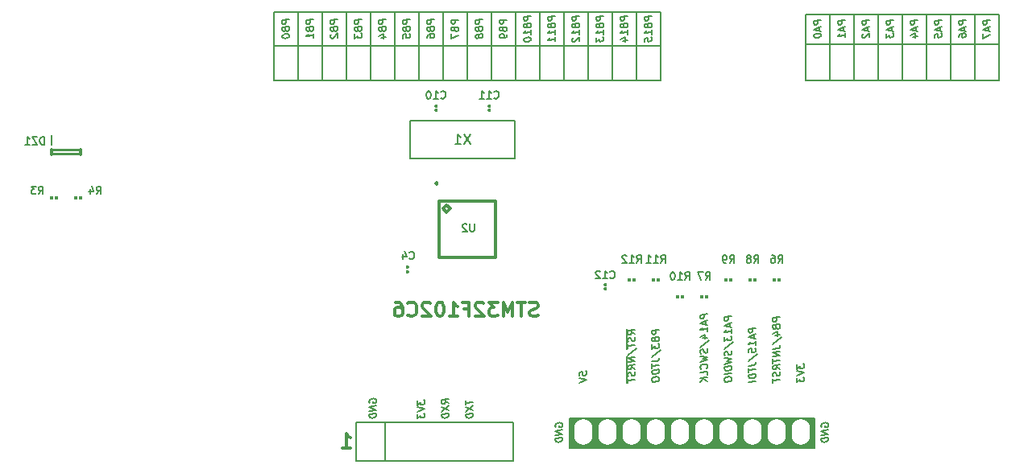
<source format=gbo>
G04 #@! TF.FileFunction,Legend,Bot*
%FSLAX46Y46*%
G04 Gerber Fmt 4.6, Leading zero omitted, Abs format (unit mm)*
G04 Created by KiCad (PCBNEW 4.0.1-stable) date 6/19/2016 3:22:44 PM*
%MOMM*%
G01*
G04 APERTURE LIST*
%ADD10C,0.100000*%
%ADD11C,0.200000*%
%ADD12C,0.300000*%
%ADD13C,0.190500*%
%ADD14C,0.350000*%
%ADD15C,0.150000*%
%ADD16C,0.152400*%
%ADD17R,1.924000X2.686000*%
%ADD18O,1.924000X2.686000*%
%ADD19R,1.300000X1.350000*%
%ADD20R,1.000000X1.500000*%
%ADD21R,2.686000X1.924000*%
%ADD22O,2.686000X1.924000*%
%ADD23R,1.400000X1.250000*%
%ADD24O,0.700000X1.900000*%
%ADD25O,1.900000X0.700000*%
%ADD26R,3.400000X3.400000*%
%ADD27C,5.400000*%
%ADD28C,2.050000*%
%ADD29C,3.400000*%
%ADD30C,2.940000*%
G04 APERTURE END LIST*
D10*
D11*
X163576000Y-74930000D02*
X147066000Y-74930000D01*
X147066000Y-70866000D02*
X163576000Y-70866000D01*
D12*
X145621428Y-73576571D02*
X146478571Y-73576571D01*
X146049999Y-73576571D02*
X146049999Y-72076571D01*
X146192856Y-72290857D01*
X146335714Y-72433714D01*
X146478571Y-72505143D01*
D11*
X150114000Y-70866000D02*
X150114000Y-74930000D01*
X147066000Y-74930000D02*
X147066000Y-70866000D01*
X163576000Y-70866000D02*
X163576000Y-74930000D01*
D13*
X158586714Y-68620822D02*
X158586714Y-69056251D01*
X159348714Y-68743287D02*
X158586714Y-68838537D01*
X158586714Y-69237679D02*
X159348714Y-69650429D01*
X158586714Y-69745679D02*
X159348714Y-69142429D01*
X159348714Y-69940715D02*
X158586714Y-70035965D01*
X158586714Y-70217393D01*
X158623000Y-70321714D01*
X158695571Y-70385215D01*
X158768143Y-70412428D01*
X158913286Y-70430571D01*
X159022143Y-70416964D01*
X159167286Y-70362535D01*
X159239857Y-70317179D01*
X159312429Y-70235535D01*
X159348714Y-70122143D01*
X159348714Y-69940715D01*
X156808714Y-68888429D02*
X156445857Y-68679786D01*
X156808714Y-68453001D02*
X156046714Y-68548251D01*
X156046714Y-68838536D01*
X156083000Y-68906572D01*
X156119286Y-68938321D01*
X156191857Y-68965536D01*
X156300714Y-68951929D01*
X156373286Y-68906571D01*
X156409571Y-68865751D01*
X156445857Y-68788643D01*
X156445857Y-68498358D01*
X156046714Y-69237679D02*
X156808714Y-69650429D01*
X156046714Y-69745679D02*
X156808714Y-69142429D01*
X156808714Y-69940715D02*
X156046714Y-70035965D01*
X156046714Y-70217393D01*
X156083000Y-70321714D01*
X156155571Y-70385215D01*
X156228143Y-70412428D01*
X156373286Y-70430571D01*
X156482143Y-70416964D01*
X156627286Y-70362535D01*
X156699857Y-70317179D01*
X156772429Y-70235535D01*
X156808714Y-70122143D01*
X156808714Y-69940715D01*
X153506714Y-68620822D02*
X153506714Y-69092536D01*
X153797000Y-68802250D01*
X153797000Y-68911108D01*
X153833286Y-68979143D01*
X153869571Y-69010894D01*
X153942143Y-69038107D01*
X154123571Y-69015429D01*
X154196143Y-68970072D01*
X154232429Y-68929250D01*
X154268714Y-68852144D01*
X154268714Y-68634429D01*
X154232429Y-68566393D01*
X154196143Y-68534643D01*
X153506714Y-69310250D02*
X154268714Y-69469000D01*
X153506714Y-69818250D01*
X153506714Y-69999679D02*
X153506714Y-70471393D01*
X153797000Y-70181107D01*
X153797000Y-70289965D01*
X153833286Y-70358000D01*
X153869571Y-70389751D01*
X153942143Y-70416964D01*
X154123571Y-70394286D01*
X154196143Y-70348929D01*
X154232429Y-70308107D01*
X154268714Y-70231001D01*
X154268714Y-70013286D01*
X154232429Y-69945250D01*
X154196143Y-69913500D01*
X148463000Y-68870285D02*
X148426714Y-68802250D01*
X148426714Y-68693393D01*
X148463000Y-68580000D01*
X148535571Y-68498357D01*
X148608143Y-68453000D01*
X148753286Y-68398571D01*
X148862143Y-68384964D01*
X149007286Y-68403107D01*
X149079857Y-68430321D01*
X149152429Y-68493821D01*
X149188714Y-68598143D01*
X149188714Y-68670714D01*
X149152429Y-68784106D01*
X149116143Y-68824928D01*
X148862143Y-68856678D01*
X148862143Y-68711535D01*
X149188714Y-69142429D02*
X148426714Y-69237679D01*
X149188714Y-69577857D01*
X148426714Y-69673107D01*
X149188714Y-69940715D02*
X148426714Y-70035965D01*
X148426714Y-70217393D01*
X148463000Y-70321714D01*
X148535571Y-70385215D01*
X148608143Y-70412428D01*
X148753286Y-70430571D01*
X148862143Y-70416964D01*
X149007286Y-70362535D01*
X149079857Y-70317179D01*
X149152429Y-70235535D01*
X149188714Y-70122143D01*
X149188714Y-69940715D01*
X195961000Y-71410285D02*
X195924714Y-71342250D01*
X195924714Y-71233393D01*
X195961000Y-71120000D01*
X196033571Y-71038357D01*
X196106143Y-70993000D01*
X196251286Y-70938571D01*
X196360143Y-70924964D01*
X196505286Y-70943107D01*
X196577857Y-70970321D01*
X196650429Y-71033821D01*
X196686714Y-71138143D01*
X196686714Y-71210714D01*
X196650429Y-71324106D01*
X196614143Y-71364928D01*
X196360143Y-71396678D01*
X196360143Y-71251535D01*
X196686714Y-71682429D02*
X195924714Y-71777679D01*
X196686714Y-72117857D01*
X195924714Y-72213107D01*
X196686714Y-72480715D02*
X195924714Y-72575965D01*
X195924714Y-72757393D01*
X195961000Y-72861714D01*
X196033571Y-72925215D01*
X196106143Y-72952428D01*
X196251286Y-72970571D01*
X196360143Y-72956964D01*
X196505286Y-72902535D01*
X196577857Y-72857179D01*
X196650429Y-72775535D01*
X196686714Y-72662143D01*
X196686714Y-72480715D01*
X168021000Y-71410285D02*
X167984714Y-71342250D01*
X167984714Y-71233393D01*
X168021000Y-71120000D01*
X168093571Y-71038357D01*
X168166143Y-70993000D01*
X168311286Y-70938571D01*
X168420143Y-70924964D01*
X168565286Y-70943107D01*
X168637857Y-70970321D01*
X168710429Y-71033821D01*
X168746714Y-71138143D01*
X168746714Y-71210714D01*
X168710429Y-71324106D01*
X168674143Y-71364928D01*
X168420143Y-71396678D01*
X168420143Y-71251535D01*
X168746714Y-71682429D02*
X167984714Y-71777679D01*
X168746714Y-72117857D01*
X167984714Y-72213107D01*
X168746714Y-72480715D02*
X167984714Y-72575965D01*
X167984714Y-72757393D01*
X168021000Y-72861714D01*
X168093571Y-72925215D01*
X168166143Y-72952428D01*
X168311286Y-72970571D01*
X168420143Y-72956964D01*
X168565286Y-72902535D01*
X168637857Y-72857179D01*
X168710429Y-72775535D01*
X168746714Y-72662143D01*
X168746714Y-72480715D01*
X170524714Y-65971965D02*
X170524714Y-65609108D01*
X170887571Y-65527465D01*
X170851286Y-65568286D01*
X170815000Y-65645393D01*
X170815000Y-65826822D01*
X170851286Y-65894857D01*
X170887571Y-65926608D01*
X170960143Y-65953821D01*
X171141571Y-65931143D01*
X171214143Y-65885786D01*
X171250429Y-65844964D01*
X171286714Y-65767858D01*
X171286714Y-65586429D01*
X171250429Y-65518393D01*
X171214143Y-65486643D01*
X170524714Y-66225964D02*
X171286714Y-66384714D01*
X170524714Y-66733964D01*
X176366714Y-61595001D02*
X176003857Y-61386358D01*
X176366714Y-61159573D02*
X175604714Y-61254823D01*
X175604714Y-61545108D01*
X175641000Y-61613144D01*
X175677286Y-61644893D01*
X175749857Y-61672108D01*
X175858714Y-61658501D01*
X175931286Y-61613143D01*
X175967571Y-61572323D01*
X176003857Y-61495215D01*
X176003857Y-61204930D01*
X176330429Y-61889822D02*
X176366714Y-61994144D01*
X176366714Y-62175573D01*
X176330429Y-62252679D01*
X176294143Y-62293501D01*
X176221571Y-62338858D01*
X176149000Y-62347929D01*
X176076429Y-62320715D01*
X176040143Y-62288965D01*
X176003857Y-62220930D01*
X175967571Y-62080323D01*
X175931286Y-62012286D01*
X175895000Y-61980537D01*
X175822429Y-61953322D01*
X175749857Y-61962394D01*
X175677286Y-62007751D01*
X175641000Y-62048572D01*
X175604714Y-62125680D01*
X175604714Y-62307108D01*
X175641000Y-62411429D01*
X175604714Y-62633679D02*
X175604714Y-63069108D01*
X176366714Y-62756144D02*
X175604714Y-62851394D01*
X175473360Y-61089813D02*
X175473360Y-63158098D01*
X175568429Y-63871928D02*
X176548143Y-63096321D01*
X176366714Y-64026144D02*
X175604714Y-64121394D01*
X176366714Y-64461572D01*
X175604714Y-64556822D01*
X176366714Y-65259858D02*
X176003857Y-65051215D01*
X176366714Y-64824430D02*
X175604714Y-64919680D01*
X175604714Y-65209965D01*
X175641000Y-65278001D01*
X175677286Y-65309750D01*
X175749857Y-65336965D01*
X175858714Y-65323358D01*
X175931286Y-65278000D01*
X175967571Y-65237180D01*
X176003857Y-65160072D01*
X176003857Y-64869787D01*
X176330429Y-65554679D02*
X176366714Y-65659001D01*
X176366714Y-65840430D01*
X176330429Y-65917536D01*
X176294143Y-65958358D01*
X176221571Y-66003715D01*
X176149000Y-66012786D01*
X176076429Y-65985572D01*
X176040143Y-65953822D01*
X176003857Y-65885787D01*
X175967571Y-65745180D01*
X175931286Y-65677143D01*
X175895000Y-65645394D01*
X175822429Y-65618179D01*
X175749857Y-65627251D01*
X175677286Y-65672608D01*
X175641000Y-65713429D01*
X175604714Y-65790537D01*
X175604714Y-65971965D01*
X175641000Y-66076286D01*
X175604714Y-66298536D02*
X175604714Y-66733965D01*
X176366714Y-66421001D02*
X175604714Y-66516251D01*
X175473360Y-63956384D02*
X175473360Y-66706750D01*
X183986714Y-59490430D02*
X183224714Y-59585680D01*
X183224714Y-59875965D01*
X183261000Y-59944001D01*
X183297286Y-59975750D01*
X183369857Y-60002965D01*
X183478714Y-59989358D01*
X183551286Y-59944000D01*
X183587571Y-59903180D01*
X183623857Y-59826072D01*
X183623857Y-59535787D01*
X183769000Y-60243358D02*
X183769000Y-60606215D01*
X183986714Y-60143572D02*
X183224714Y-60492822D01*
X183986714Y-60651572D01*
X183986714Y-61304715D02*
X183986714Y-60869287D01*
X183986714Y-61087001D02*
X183224714Y-61182251D01*
X183333571Y-61096073D01*
X183406143Y-61014429D01*
X183442429Y-60937322D01*
X183478714Y-62021358D02*
X183986714Y-61957858D01*
X183188429Y-61876214D02*
X183732714Y-61626751D01*
X183732714Y-62098465D01*
X183188429Y-63001071D02*
X184168143Y-62225464D01*
X183950429Y-63123536D02*
X183986714Y-63227858D01*
X183986714Y-63409287D01*
X183950429Y-63486393D01*
X183914143Y-63527215D01*
X183841571Y-63572572D01*
X183769000Y-63581643D01*
X183696429Y-63554429D01*
X183660143Y-63522679D01*
X183623857Y-63454644D01*
X183587571Y-63314037D01*
X183551286Y-63246000D01*
X183515000Y-63214251D01*
X183442429Y-63187036D01*
X183369857Y-63196108D01*
X183297286Y-63241465D01*
X183261000Y-63282286D01*
X183224714Y-63359394D01*
X183224714Y-63540822D01*
X183261000Y-63645143D01*
X183224714Y-63903679D02*
X183986714Y-63989858D01*
X183442429Y-64203036D01*
X183986714Y-64280143D01*
X183224714Y-64556822D01*
X183914143Y-65196357D02*
X183950429Y-65155535D01*
X183986714Y-65042143D01*
X183986714Y-64969572D01*
X183950429Y-64865250D01*
X183877857Y-64801750D01*
X183805286Y-64774536D01*
X183660143Y-64756393D01*
X183551286Y-64770000D01*
X183406143Y-64824429D01*
X183333571Y-64869786D01*
X183261000Y-64951429D01*
X183224714Y-65064822D01*
X183224714Y-65137393D01*
X183261000Y-65241714D01*
X183297286Y-65273464D01*
X183986714Y-65876715D02*
X183986714Y-65513858D01*
X183224714Y-65609108D01*
X183986714Y-66130715D02*
X183224714Y-66225965D01*
X183986714Y-66566143D02*
X183551286Y-66294000D01*
X183224714Y-66661393D02*
X183660143Y-66171536D01*
X178906714Y-61123287D02*
X178144714Y-61218537D01*
X178144714Y-61508822D01*
X178181000Y-61576858D01*
X178217286Y-61608607D01*
X178289857Y-61635822D01*
X178398714Y-61622215D01*
X178471286Y-61576857D01*
X178507571Y-61536037D01*
X178543857Y-61458929D01*
X178543857Y-61168644D01*
X178507571Y-62189180D02*
X178543857Y-62293501D01*
X178580143Y-62325250D01*
X178652714Y-62352465D01*
X178761571Y-62338858D01*
X178834143Y-62293500D01*
X178870429Y-62252679D01*
X178906714Y-62175572D01*
X178906714Y-61885287D01*
X178144714Y-61980537D01*
X178144714Y-62234537D01*
X178181000Y-62302572D01*
X178217286Y-62334322D01*
X178289857Y-62361536D01*
X178362429Y-62352464D01*
X178435000Y-62307108D01*
X178471286Y-62266286D01*
X178507571Y-62189180D01*
X178507571Y-61935180D01*
X178144714Y-62669965D02*
X178144714Y-63141679D01*
X178435000Y-62851393D01*
X178435000Y-62960251D01*
X178471286Y-63028286D01*
X178507571Y-63060037D01*
X178580143Y-63087250D01*
X178761571Y-63064572D01*
X178834143Y-63019215D01*
X178870429Y-62978393D01*
X178906714Y-62901287D01*
X178906714Y-62683572D01*
X178870429Y-62615536D01*
X178834143Y-62583786D01*
X178108429Y-64017071D02*
X179088143Y-63241464D01*
X178144714Y-64484251D02*
X178689000Y-64416215D01*
X178797857Y-64366322D01*
X178870429Y-64284679D01*
X178906714Y-64171287D01*
X178906714Y-64098715D01*
X178144714Y-64738250D02*
X178144714Y-65173679D01*
X178906714Y-64860715D02*
X178144714Y-64955965D01*
X178906714Y-65332429D02*
X178144714Y-65427679D01*
X178144714Y-65609107D01*
X178181000Y-65713428D01*
X178253571Y-65776929D01*
X178326143Y-65804142D01*
X178471286Y-65822285D01*
X178580143Y-65808678D01*
X178725286Y-65754249D01*
X178797857Y-65708893D01*
X178870429Y-65627249D01*
X178906714Y-65513857D01*
X178906714Y-65332429D01*
X178144714Y-66334821D02*
X178144714Y-66479964D01*
X178181000Y-66548000D01*
X178253571Y-66611500D01*
X178398714Y-66629643D01*
X178652714Y-66597893D01*
X178797857Y-66543464D01*
X178870429Y-66461821D01*
X178906714Y-66384714D01*
X178906714Y-66239571D01*
X178870429Y-66171535D01*
X178797857Y-66108036D01*
X178652714Y-66089893D01*
X178398714Y-66121643D01*
X178253571Y-66176072D01*
X178181000Y-66257714D01*
X178144714Y-66334821D01*
X186526714Y-59708144D02*
X185764714Y-59803394D01*
X185764714Y-60093679D01*
X185801000Y-60161715D01*
X185837286Y-60193464D01*
X185909857Y-60220679D01*
X186018714Y-60207072D01*
X186091286Y-60161714D01*
X186127571Y-60120894D01*
X186163857Y-60043786D01*
X186163857Y-59753501D01*
X186309000Y-60461072D02*
X186309000Y-60823929D01*
X186526714Y-60361286D02*
X185764714Y-60710536D01*
X186526714Y-60869286D01*
X186526714Y-61522429D02*
X186526714Y-61087001D01*
X186526714Y-61304715D02*
X185764714Y-61399965D01*
X185873571Y-61313787D01*
X185946143Y-61232143D01*
X185982429Y-61155036D01*
X185764714Y-61871679D02*
X185764714Y-62343393D01*
X186055000Y-62053107D01*
X186055000Y-62161965D01*
X186091286Y-62230000D01*
X186127571Y-62261751D01*
X186200143Y-62288964D01*
X186381571Y-62266286D01*
X186454143Y-62220929D01*
X186490429Y-62180107D01*
X186526714Y-62103001D01*
X186526714Y-61885286D01*
X186490429Y-61817250D01*
X186454143Y-61785500D01*
X185728429Y-63218785D02*
X186708143Y-62443178D01*
X186490429Y-63341250D02*
X186526714Y-63445572D01*
X186526714Y-63627001D01*
X186490429Y-63704107D01*
X186454143Y-63744929D01*
X186381571Y-63790286D01*
X186309000Y-63799357D01*
X186236429Y-63772143D01*
X186200143Y-63740393D01*
X186163857Y-63672358D01*
X186127571Y-63531751D01*
X186091286Y-63463714D01*
X186055000Y-63431965D01*
X185982429Y-63404750D01*
X185909857Y-63413822D01*
X185837286Y-63459179D01*
X185801000Y-63500000D01*
X185764714Y-63577108D01*
X185764714Y-63758536D01*
X185801000Y-63862857D01*
X185764714Y-64121393D02*
X186526714Y-64207572D01*
X185982429Y-64420750D01*
X186526714Y-64497857D01*
X185764714Y-64774536D01*
X186526714Y-64969572D02*
X185764714Y-65064822D01*
X185764714Y-65246250D01*
X185801000Y-65350571D01*
X185873571Y-65414072D01*
X185946143Y-65441285D01*
X186091286Y-65459428D01*
X186200143Y-65445821D01*
X186345286Y-65391392D01*
X186417857Y-65346036D01*
X186490429Y-65264392D01*
X186526714Y-65151000D01*
X186526714Y-64969572D01*
X186526714Y-65731572D02*
X185764714Y-65826822D01*
X185764714Y-66334821D02*
X185764714Y-66479964D01*
X185801000Y-66548000D01*
X185873571Y-66611500D01*
X186018714Y-66629643D01*
X186272714Y-66597893D01*
X186417857Y-66543464D01*
X186490429Y-66461821D01*
X186526714Y-66384714D01*
X186526714Y-66239571D01*
X186490429Y-66171535D01*
X186417857Y-66108036D01*
X186272714Y-66089893D01*
X186018714Y-66121643D01*
X185873571Y-66176072D01*
X185801000Y-66257714D01*
X185764714Y-66334821D01*
X189066714Y-60941859D02*
X188304714Y-61037109D01*
X188304714Y-61327394D01*
X188341000Y-61395430D01*
X188377286Y-61427179D01*
X188449857Y-61454394D01*
X188558714Y-61440787D01*
X188631286Y-61395429D01*
X188667571Y-61354609D01*
X188703857Y-61277501D01*
X188703857Y-60987216D01*
X188849000Y-61694787D02*
X188849000Y-62057644D01*
X189066714Y-61595001D02*
X188304714Y-61944251D01*
X189066714Y-62103001D01*
X189066714Y-62756144D02*
X189066714Y-62320716D01*
X189066714Y-62538430D02*
X188304714Y-62633680D01*
X188413571Y-62547502D01*
X188486143Y-62465858D01*
X188522429Y-62388751D01*
X188304714Y-63540823D02*
X188304714Y-63177966D01*
X188667571Y-63096323D01*
X188631286Y-63137144D01*
X188595000Y-63214251D01*
X188595000Y-63395680D01*
X188631286Y-63463715D01*
X188667571Y-63495466D01*
X188740143Y-63522679D01*
X188921571Y-63500001D01*
X188994143Y-63454644D01*
X189030429Y-63413822D01*
X189066714Y-63336716D01*
X189066714Y-63155287D01*
X189030429Y-63087251D01*
X188994143Y-63055501D01*
X188268429Y-64452500D02*
X189248143Y-63676893D01*
X188304714Y-64919680D02*
X188849000Y-64851644D01*
X188957857Y-64801751D01*
X189030429Y-64720108D01*
X189066714Y-64606716D01*
X189066714Y-64534144D01*
X188304714Y-65173679D02*
X188304714Y-65609108D01*
X189066714Y-65296144D02*
X188304714Y-65391394D01*
X189066714Y-65767858D02*
X188304714Y-65863108D01*
X188304714Y-66044536D01*
X188341000Y-66148857D01*
X188413571Y-66212358D01*
X188486143Y-66239571D01*
X188631286Y-66257714D01*
X188740143Y-66244107D01*
X188885286Y-66189678D01*
X188957857Y-66144322D01*
X189030429Y-66062678D01*
X189066714Y-65949286D01*
X189066714Y-65767858D01*
X189066714Y-66529858D02*
X188304714Y-66625108D01*
X191606714Y-59817002D02*
X190844714Y-59912252D01*
X190844714Y-60202537D01*
X190881000Y-60270573D01*
X190917286Y-60302322D01*
X190989857Y-60329537D01*
X191098714Y-60315930D01*
X191171286Y-60270572D01*
X191207571Y-60229752D01*
X191243857Y-60152644D01*
X191243857Y-59862359D01*
X191207571Y-60882895D02*
X191243857Y-60987216D01*
X191280143Y-61018965D01*
X191352714Y-61046180D01*
X191461571Y-61032573D01*
X191534143Y-60987215D01*
X191570429Y-60946394D01*
X191606714Y-60869287D01*
X191606714Y-60579002D01*
X190844714Y-60674252D01*
X190844714Y-60928252D01*
X190881000Y-60996287D01*
X190917286Y-61028037D01*
X190989857Y-61055251D01*
X191062429Y-61046179D01*
X191135000Y-61000823D01*
X191171286Y-60960001D01*
X191207571Y-60882895D01*
X191207571Y-60628895D01*
X191098714Y-61731073D02*
X191606714Y-61667573D01*
X190808429Y-61585929D02*
X191352714Y-61336466D01*
X191352714Y-61808180D01*
X190808429Y-62710786D02*
X191788143Y-61935179D01*
X190844714Y-63177966D02*
X191389000Y-63109930D01*
X191497857Y-63060037D01*
X191570429Y-62978394D01*
X191606714Y-62865002D01*
X191606714Y-62792430D01*
X191606714Y-63445573D02*
X190844714Y-63540823D01*
X191606714Y-63881001D01*
X190844714Y-63976251D01*
X190844714Y-64230251D02*
X190844714Y-64665680D01*
X191606714Y-64352716D02*
X190844714Y-64447966D01*
X191606714Y-65259858D02*
X191243857Y-65051215D01*
X191606714Y-64824430D02*
X190844714Y-64919680D01*
X190844714Y-65209965D01*
X190881000Y-65278001D01*
X190917286Y-65309750D01*
X190989857Y-65336965D01*
X191098714Y-65323358D01*
X191171286Y-65278000D01*
X191207571Y-65237180D01*
X191243857Y-65160072D01*
X191243857Y-64869787D01*
X191570429Y-65554679D02*
X191606714Y-65659001D01*
X191606714Y-65840430D01*
X191570429Y-65917536D01*
X191534143Y-65958358D01*
X191461571Y-66003715D01*
X191389000Y-66012786D01*
X191316429Y-65985572D01*
X191280143Y-65953822D01*
X191243857Y-65885787D01*
X191207571Y-65745180D01*
X191171286Y-65677143D01*
X191135000Y-65645394D01*
X191062429Y-65618179D01*
X190989857Y-65627251D01*
X190917286Y-65672608D01*
X190881000Y-65713429D01*
X190844714Y-65790537D01*
X190844714Y-65971965D01*
X190881000Y-66076286D01*
X190844714Y-66298536D02*
X190844714Y-66733965D01*
X191606714Y-66421001D02*
X190844714Y-66516251D01*
D12*
X166158713Y-59662143D02*
X165944427Y-59733571D01*
X165587284Y-59733571D01*
X165444427Y-59662143D01*
X165372998Y-59590714D01*
X165301570Y-59447857D01*
X165301570Y-59305000D01*
X165372998Y-59162143D01*
X165444427Y-59090714D01*
X165587284Y-59019286D01*
X165872998Y-58947857D01*
X166015856Y-58876429D01*
X166087284Y-58805000D01*
X166158713Y-58662143D01*
X166158713Y-58519286D01*
X166087284Y-58376429D01*
X166015856Y-58305000D01*
X165872998Y-58233571D01*
X165515856Y-58233571D01*
X165301570Y-58305000D01*
X164872999Y-58233571D02*
X164015856Y-58233571D01*
X164444427Y-59733571D02*
X164444427Y-58233571D01*
X163515856Y-59733571D02*
X163515856Y-58233571D01*
X163015856Y-59305000D01*
X162515856Y-58233571D01*
X162515856Y-59733571D01*
X161944427Y-58233571D02*
X161015856Y-58233571D01*
X161515856Y-58805000D01*
X161301570Y-58805000D01*
X161158713Y-58876429D01*
X161087284Y-58947857D01*
X161015856Y-59090714D01*
X161015856Y-59447857D01*
X161087284Y-59590714D01*
X161158713Y-59662143D01*
X161301570Y-59733571D01*
X161730142Y-59733571D01*
X161872999Y-59662143D01*
X161944427Y-59590714D01*
X160444428Y-58376429D02*
X160372999Y-58305000D01*
X160230142Y-58233571D01*
X159872999Y-58233571D01*
X159730142Y-58305000D01*
X159658713Y-58376429D01*
X159587285Y-58519286D01*
X159587285Y-58662143D01*
X159658713Y-58876429D01*
X160515856Y-59733571D01*
X159587285Y-59733571D01*
X158444428Y-58947857D02*
X158944428Y-58947857D01*
X158944428Y-59733571D02*
X158944428Y-58233571D01*
X158230142Y-58233571D01*
X156873000Y-59733571D02*
X157730143Y-59733571D01*
X157301571Y-59733571D02*
X157301571Y-58233571D01*
X157444428Y-58447857D01*
X157587286Y-58590714D01*
X157730143Y-58662143D01*
X155944429Y-58233571D02*
X155801572Y-58233571D01*
X155658715Y-58305000D01*
X155587286Y-58376429D01*
X155515857Y-58519286D01*
X155444429Y-58805000D01*
X155444429Y-59162143D01*
X155515857Y-59447857D01*
X155587286Y-59590714D01*
X155658715Y-59662143D01*
X155801572Y-59733571D01*
X155944429Y-59733571D01*
X156087286Y-59662143D01*
X156158715Y-59590714D01*
X156230143Y-59447857D01*
X156301572Y-59162143D01*
X156301572Y-58805000D01*
X156230143Y-58519286D01*
X156158715Y-58376429D01*
X156087286Y-58305000D01*
X155944429Y-58233571D01*
X154873001Y-58376429D02*
X154801572Y-58305000D01*
X154658715Y-58233571D01*
X154301572Y-58233571D01*
X154158715Y-58305000D01*
X154087286Y-58376429D01*
X154015858Y-58519286D01*
X154015858Y-58662143D01*
X154087286Y-58876429D01*
X154944429Y-59733571D01*
X154015858Y-59733571D01*
X152515858Y-59590714D02*
X152587287Y-59662143D01*
X152801573Y-59733571D01*
X152944430Y-59733571D01*
X153158715Y-59662143D01*
X153301573Y-59519286D01*
X153373001Y-59376429D01*
X153444430Y-59090714D01*
X153444430Y-58876429D01*
X153373001Y-58590714D01*
X153301573Y-58447857D01*
X153158715Y-58305000D01*
X152944430Y-58233571D01*
X152801573Y-58233571D01*
X152587287Y-58305000D01*
X152515858Y-58376429D01*
X151230144Y-58233571D02*
X151515858Y-58233571D01*
X151658715Y-58305000D01*
X151730144Y-58376429D01*
X151873001Y-58590714D01*
X151944430Y-58876429D01*
X151944430Y-59447857D01*
X151873001Y-59590714D01*
X151801573Y-59662143D01*
X151658715Y-59733571D01*
X151373001Y-59733571D01*
X151230144Y-59662143D01*
X151158715Y-59590714D01*
X151087287Y-59447857D01*
X151087287Y-59090714D01*
X151158715Y-58947857D01*
X151230144Y-58876429D01*
X151373001Y-58805000D01*
X151658715Y-58805000D01*
X151801573Y-58876429D01*
X151873001Y-58947857D01*
X151944430Y-59090714D01*
D11*
X194310000Y-34925000D02*
X214630000Y-34925000D01*
X194310000Y-27940000D02*
X214630000Y-27940000D01*
X214630000Y-31115000D02*
X194310000Y-31115000D01*
X138430000Y-27686000D02*
X179070000Y-27686000D01*
X179070000Y-34925000D02*
X138430000Y-34925000D01*
X138430000Y-31242000D02*
X179070000Y-31242000D01*
X179070000Y-27686000D02*
X179070000Y-34925000D01*
D13*
X193384714Y-64810822D02*
X193384714Y-65282536D01*
X193675000Y-64992250D01*
X193675000Y-65101108D01*
X193711286Y-65169143D01*
X193747571Y-65200894D01*
X193820143Y-65228107D01*
X194001571Y-65205429D01*
X194074143Y-65160072D01*
X194110429Y-65119250D01*
X194146714Y-65042144D01*
X194146714Y-64824429D01*
X194110429Y-64756393D01*
X194074143Y-64724643D01*
X193384714Y-65500250D02*
X194146714Y-65659000D01*
X193384714Y-66008250D01*
X193384714Y-66189679D02*
X193384714Y-66661393D01*
X193675000Y-66371107D01*
X193675000Y-66479965D01*
X193711286Y-66548000D01*
X193747571Y-66579751D01*
X193820143Y-66606964D01*
X194001571Y-66584286D01*
X194074143Y-66538929D01*
X194110429Y-66498107D01*
X194146714Y-66421001D01*
X194146714Y-66203286D01*
X194110429Y-66135250D01*
X194074143Y-66103500D01*
D11*
X176530000Y-27686000D02*
X176530000Y-34925000D01*
X173990000Y-27686000D02*
X173990000Y-34925000D01*
X171450000Y-27686000D02*
X171450000Y-34925000D01*
X168910000Y-27686000D02*
X168910000Y-34925000D01*
X166370000Y-27686000D02*
X166370000Y-34925000D01*
X163830000Y-27686000D02*
X163830000Y-34925000D01*
X161290000Y-27686000D02*
X161290000Y-34925000D01*
X158750000Y-27686000D02*
X158750000Y-34925000D01*
X156210000Y-27686000D02*
X156210000Y-34925000D01*
X153670000Y-27686000D02*
X153670000Y-34925000D01*
X151130000Y-27686000D02*
X151130000Y-34925000D01*
X148590000Y-27686000D02*
X148590000Y-34925000D01*
X146050000Y-27686000D02*
X146050000Y-34925000D01*
X143510000Y-27686000D02*
X143510000Y-34925000D01*
X140970000Y-27686000D02*
X140970000Y-34925000D01*
X138430000Y-27686000D02*
X138430000Y-31115000D01*
X138430000Y-34925000D02*
X138430000Y-31115000D01*
X212090000Y-27940000D02*
X212090000Y-34925000D01*
X209550000Y-27940000D02*
X209550000Y-34925000D01*
X207010000Y-27940000D02*
X207010000Y-34925000D01*
X204470000Y-27940000D02*
X204470000Y-34925000D01*
X201930000Y-27940000D02*
X201930000Y-34925000D01*
X199390000Y-27940000D02*
X199390000Y-34925000D01*
X196850000Y-27940000D02*
X196850000Y-34925000D01*
X214630000Y-27940000D02*
X214630000Y-31115000D01*
X194310000Y-31115000D02*
X194310000Y-27940000D01*
X194310000Y-34925000D02*
X194310000Y-31115000D01*
X214630000Y-31115000D02*
X214630000Y-34925000D01*
D13*
X213704714Y-28531912D02*
X212942714Y-28627162D01*
X212942714Y-28917447D01*
X212979000Y-28985483D01*
X213015286Y-29017232D01*
X213087857Y-29044447D01*
X213196714Y-29030840D01*
X213269286Y-28985482D01*
X213305571Y-28944662D01*
X213341857Y-28867554D01*
X213341857Y-28577269D01*
X213487000Y-29284840D02*
X213487000Y-29647697D01*
X213704714Y-29185054D02*
X212942714Y-29534304D01*
X213704714Y-29693054D01*
X212942714Y-29969733D02*
X212942714Y-30477733D01*
X213704714Y-30055912D01*
X211164714Y-28531912D02*
X210402714Y-28627162D01*
X210402714Y-28917447D01*
X210439000Y-28985483D01*
X210475286Y-29017232D01*
X210547857Y-29044447D01*
X210656714Y-29030840D01*
X210729286Y-28985482D01*
X210765571Y-28944662D01*
X210801857Y-28867554D01*
X210801857Y-28577269D01*
X210947000Y-29284840D02*
X210947000Y-29647697D01*
X211164714Y-29185054D02*
X210402714Y-29534304D01*
X211164714Y-29693054D01*
X210402714Y-30368876D02*
X210402714Y-30223733D01*
X210439000Y-30146626D01*
X210475286Y-30105804D01*
X210584143Y-30019626D01*
X210729286Y-29965197D01*
X211019571Y-29928912D01*
X211092143Y-29956126D01*
X211128429Y-29987875D01*
X211164714Y-30055912D01*
X211164714Y-30201055D01*
X211128429Y-30278161D01*
X211092143Y-30318983D01*
X211019571Y-30364340D01*
X210838143Y-30387018D01*
X210765571Y-30359805D01*
X210729286Y-30328054D01*
X210693000Y-30260019D01*
X210693000Y-30114876D01*
X210729286Y-30037768D01*
X210765571Y-29996948D01*
X210838143Y-29951590D01*
X208624714Y-28531912D02*
X207862714Y-28627162D01*
X207862714Y-28917447D01*
X207899000Y-28985483D01*
X207935286Y-29017232D01*
X208007857Y-29044447D01*
X208116714Y-29030840D01*
X208189286Y-28985482D01*
X208225571Y-28944662D01*
X208261857Y-28867554D01*
X208261857Y-28577269D01*
X208407000Y-29284840D02*
X208407000Y-29647697D01*
X208624714Y-29185054D02*
X207862714Y-29534304D01*
X208624714Y-29693054D01*
X207862714Y-30405162D02*
X207862714Y-30042305D01*
X208225571Y-29960662D01*
X208189286Y-30001483D01*
X208153000Y-30078590D01*
X208153000Y-30260019D01*
X208189286Y-30328054D01*
X208225571Y-30359805D01*
X208298143Y-30387018D01*
X208479571Y-30364340D01*
X208552143Y-30318983D01*
X208588429Y-30278161D01*
X208624714Y-30201055D01*
X208624714Y-30019626D01*
X208588429Y-29951590D01*
X208552143Y-29919840D01*
X206084714Y-28531912D02*
X205322714Y-28627162D01*
X205322714Y-28917447D01*
X205359000Y-28985483D01*
X205395286Y-29017232D01*
X205467857Y-29044447D01*
X205576714Y-29030840D01*
X205649286Y-28985482D01*
X205685571Y-28944662D01*
X205721857Y-28867554D01*
X205721857Y-28577269D01*
X205867000Y-29284840D02*
X205867000Y-29647697D01*
X206084714Y-29185054D02*
X205322714Y-29534304D01*
X206084714Y-29693054D01*
X205576714Y-30337126D02*
X206084714Y-30273626D01*
X205286429Y-30191982D02*
X205830714Y-29942519D01*
X205830714Y-30414233D01*
X203544714Y-28531912D02*
X202782714Y-28627162D01*
X202782714Y-28917447D01*
X202819000Y-28985483D01*
X202855286Y-29017232D01*
X202927857Y-29044447D01*
X203036714Y-29030840D01*
X203109286Y-28985482D01*
X203145571Y-28944662D01*
X203181857Y-28867554D01*
X203181857Y-28577269D01*
X203327000Y-29284840D02*
X203327000Y-29647697D01*
X203544714Y-29185054D02*
X202782714Y-29534304D01*
X203544714Y-29693054D01*
X202782714Y-29969733D02*
X202782714Y-30441447D01*
X203073000Y-30151161D01*
X203073000Y-30260019D01*
X203109286Y-30328054D01*
X203145571Y-30359805D01*
X203218143Y-30387018D01*
X203399571Y-30364340D01*
X203472143Y-30318983D01*
X203508429Y-30278161D01*
X203544714Y-30201055D01*
X203544714Y-29983340D01*
X203508429Y-29915304D01*
X203472143Y-29883554D01*
X201004714Y-28531912D02*
X200242714Y-28627162D01*
X200242714Y-28917447D01*
X200279000Y-28985483D01*
X200315286Y-29017232D01*
X200387857Y-29044447D01*
X200496714Y-29030840D01*
X200569286Y-28985482D01*
X200605571Y-28944662D01*
X200641857Y-28867554D01*
X200641857Y-28577269D01*
X200787000Y-29284840D02*
X200787000Y-29647697D01*
X201004714Y-29185054D02*
X200242714Y-29534304D01*
X201004714Y-29693054D01*
X200315286Y-29996947D02*
X200279000Y-30037769D01*
X200242714Y-30114876D01*
X200242714Y-30296305D01*
X200279000Y-30364340D01*
X200315286Y-30396090D01*
X200387857Y-30423304D01*
X200460429Y-30414232D01*
X200569286Y-30364340D01*
X201004714Y-29874483D01*
X201004714Y-30346197D01*
X198464714Y-28531912D02*
X197702714Y-28627162D01*
X197702714Y-28917447D01*
X197739000Y-28985483D01*
X197775286Y-29017232D01*
X197847857Y-29044447D01*
X197956714Y-29030840D01*
X198029286Y-28985482D01*
X198065571Y-28944662D01*
X198101857Y-28867554D01*
X198101857Y-28577269D01*
X198247000Y-29284840D02*
X198247000Y-29647697D01*
X198464714Y-29185054D02*
X197702714Y-29534304D01*
X198464714Y-29693054D01*
X198464714Y-30346197D02*
X198464714Y-29910769D01*
X198464714Y-30128483D02*
X197702714Y-30223733D01*
X197811571Y-30137555D01*
X197884143Y-30055911D01*
X197920429Y-29978804D01*
X195924714Y-28531912D02*
X195162714Y-28627162D01*
X195162714Y-28917447D01*
X195199000Y-28985483D01*
X195235286Y-29017232D01*
X195307857Y-29044447D01*
X195416714Y-29030840D01*
X195489286Y-28985482D01*
X195525571Y-28944662D01*
X195561857Y-28867554D01*
X195561857Y-28577269D01*
X195707000Y-29284840D02*
X195707000Y-29647697D01*
X195924714Y-29185054D02*
X195162714Y-29534304D01*
X195924714Y-29693054D01*
X195162714Y-30187447D02*
X195162714Y-30260019D01*
X195199000Y-30328054D01*
X195235286Y-30359804D01*
X195307857Y-30387019D01*
X195453000Y-30405161D01*
X195634429Y-30382482D01*
X195779571Y-30328055D01*
X195852143Y-30282697D01*
X195888429Y-30241875D01*
X195924714Y-30164769D01*
X195924714Y-30092197D01*
X195888429Y-30024161D01*
X195852143Y-29992411D01*
X195779571Y-29965198D01*
X195634429Y-29947054D01*
X195453000Y-29969733D01*
X195307857Y-30024162D01*
X195235286Y-30069518D01*
X195199000Y-30110340D01*
X195162714Y-30187447D01*
X178144714Y-28114626D02*
X177382714Y-28209876D01*
X177382714Y-28500161D01*
X177419000Y-28568197D01*
X177455286Y-28599946D01*
X177527857Y-28627161D01*
X177636714Y-28613554D01*
X177709286Y-28568196D01*
X177745571Y-28527376D01*
X177781857Y-28450268D01*
X177781857Y-28159983D01*
X177745571Y-29180519D02*
X177781857Y-29284840D01*
X177818143Y-29316589D01*
X177890714Y-29343804D01*
X177999571Y-29330197D01*
X178072143Y-29284839D01*
X178108429Y-29244018D01*
X178144714Y-29166911D01*
X178144714Y-28876626D01*
X177382714Y-28971876D01*
X177382714Y-29225876D01*
X177419000Y-29293911D01*
X177455286Y-29325661D01*
X177527857Y-29352875D01*
X177600429Y-29343803D01*
X177673000Y-29298447D01*
X177709286Y-29257625D01*
X177745571Y-29180519D01*
X177745571Y-28926519D01*
X178144714Y-30037768D02*
X178144714Y-29602340D01*
X178144714Y-29820054D02*
X177382714Y-29915304D01*
X177491571Y-29829126D01*
X177564143Y-29747482D01*
X177600429Y-29670375D01*
X177382714Y-30822447D02*
X177382714Y-30459590D01*
X177745571Y-30377947D01*
X177709286Y-30418768D01*
X177673000Y-30495875D01*
X177673000Y-30677304D01*
X177709286Y-30745339D01*
X177745571Y-30777090D01*
X177818143Y-30804303D01*
X177999571Y-30781625D01*
X178072143Y-30736268D01*
X178108429Y-30695446D01*
X178144714Y-30618340D01*
X178144714Y-30436911D01*
X178108429Y-30368875D01*
X178072143Y-30337125D01*
X175604714Y-28114626D02*
X174842714Y-28209876D01*
X174842714Y-28500161D01*
X174879000Y-28568197D01*
X174915286Y-28599946D01*
X174987857Y-28627161D01*
X175096714Y-28613554D01*
X175169286Y-28568196D01*
X175205571Y-28527376D01*
X175241857Y-28450268D01*
X175241857Y-28159983D01*
X175205571Y-29180519D02*
X175241857Y-29284840D01*
X175278143Y-29316589D01*
X175350714Y-29343804D01*
X175459571Y-29330197D01*
X175532143Y-29284839D01*
X175568429Y-29244018D01*
X175604714Y-29166911D01*
X175604714Y-28876626D01*
X174842714Y-28971876D01*
X174842714Y-29225876D01*
X174879000Y-29293911D01*
X174915286Y-29325661D01*
X174987857Y-29352875D01*
X175060429Y-29343803D01*
X175133000Y-29298447D01*
X175169286Y-29257625D01*
X175205571Y-29180519D01*
X175205571Y-28926519D01*
X175604714Y-30037768D02*
X175604714Y-29602340D01*
X175604714Y-29820054D02*
X174842714Y-29915304D01*
X174951571Y-29829126D01*
X175024143Y-29747482D01*
X175060429Y-29670375D01*
X175096714Y-30754411D02*
X175604714Y-30690911D01*
X174806429Y-30609267D02*
X175350714Y-30359804D01*
X175350714Y-30831518D01*
X173064714Y-28114626D02*
X172302714Y-28209876D01*
X172302714Y-28500161D01*
X172339000Y-28568197D01*
X172375286Y-28599946D01*
X172447857Y-28627161D01*
X172556714Y-28613554D01*
X172629286Y-28568196D01*
X172665571Y-28527376D01*
X172701857Y-28450268D01*
X172701857Y-28159983D01*
X172665571Y-29180519D02*
X172701857Y-29284840D01*
X172738143Y-29316589D01*
X172810714Y-29343804D01*
X172919571Y-29330197D01*
X172992143Y-29284839D01*
X173028429Y-29244018D01*
X173064714Y-29166911D01*
X173064714Y-28876626D01*
X172302714Y-28971876D01*
X172302714Y-29225876D01*
X172339000Y-29293911D01*
X172375286Y-29325661D01*
X172447857Y-29352875D01*
X172520429Y-29343803D01*
X172593000Y-29298447D01*
X172629286Y-29257625D01*
X172665571Y-29180519D01*
X172665571Y-28926519D01*
X173064714Y-30037768D02*
X173064714Y-29602340D01*
X173064714Y-29820054D02*
X172302714Y-29915304D01*
X172411571Y-29829126D01*
X172484143Y-29747482D01*
X172520429Y-29670375D01*
X172302714Y-30387018D02*
X172302714Y-30858732D01*
X172593000Y-30568446D01*
X172593000Y-30677304D01*
X172629286Y-30745339D01*
X172665571Y-30777090D01*
X172738143Y-30804303D01*
X172919571Y-30781625D01*
X172992143Y-30736268D01*
X173028429Y-30695446D01*
X173064714Y-30618340D01*
X173064714Y-30400625D01*
X173028429Y-30332589D01*
X172992143Y-30300839D01*
X170524714Y-28114626D02*
X169762714Y-28209876D01*
X169762714Y-28500161D01*
X169799000Y-28568197D01*
X169835286Y-28599946D01*
X169907857Y-28627161D01*
X170016714Y-28613554D01*
X170089286Y-28568196D01*
X170125571Y-28527376D01*
X170161857Y-28450268D01*
X170161857Y-28159983D01*
X170125571Y-29180519D02*
X170161857Y-29284840D01*
X170198143Y-29316589D01*
X170270714Y-29343804D01*
X170379571Y-29330197D01*
X170452143Y-29284839D01*
X170488429Y-29244018D01*
X170524714Y-29166911D01*
X170524714Y-28876626D01*
X169762714Y-28971876D01*
X169762714Y-29225876D01*
X169799000Y-29293911D01*
X169835286Y-29325661D01*
X169907857Y-29352875D01*
X169980429Y-29343803D01*
X170053000Y-29298447D01*
X170089286Y-29257625D01*
X170125571Y-29180519D01*
X170125571Y-28926519D01*
X170524714Y-30037768D02*
X170524714Y-29602340D01*
X170524714Y-29820054D02*
X169762714Y-29915304D01*
X169871571Y-29829126D01*
X169944143Y-29747482D01*
X169980429Y-29670375D01*
X169835286Y-30414232D02*
X169799000Y-30455054D01*
X169762714Y-30532161D01*
X169762714Y-30713590D01*
X169799000Y-30781625D01*
X169835286Y-30813375D01*
X169907857Y-30840589D01*
X169980429Y-30831517D01*
X170089286Y-30781625D01*
X170524714Y-30291768D01*
X170524714Y-30763482D01*
X167984714Y-28114626D02*
X167222714Y-28209876D01*
X167222714Y-28500161D01*
X167259000Y-28568197D01*
X167295286Y-28599946D01*
X167367857Y-28627161D01*
X167476714Y-28613554D01*
X167549286Y-28568196D01*
X167585571Y-28527376D01*
X167621857Y-28450268D01*
X167621857Y-28159983D01*
X167585571Y-29180519D02*
X167621857Y-29284840D01*
X167658143Y-29316589D01*
X167730714Y-29343804D01*
X167839571Y-29330197D01*
X167912143Y-29284839D01*
X167948429Y-29244018D01*
X167984714Y-29166911D01*
X167984714Y-28876626D01*
X167222714Y-28971876D01*
X167222714Y-29225876D01*
X167259000Y-29293911D01*
X167295286Y-29325661D01*
X167367857Y-29352875D01*
X167440429Y-29343803D01*
X167513000Y-29298447D01*
X167549286Y-29257625D01*
X167585571Y-29180519D01*
X167585571Y-28926519D01*
X167984714Y-30037768D02*
X167984714Y-29602340D01*
X167984714Y-29820054D02*
X167222714Y-29915304D01*
X167331571Y-29829126D01*
X167404143Y-29747482D01*
X167440429Y-29670375D01*
X167984714Y-30763482D02*
X167984714Y-30328054D01*
X167984714Y-30545768D02*
X167222714Y-30641018D01*
X167331571Y-30554840D01*
X167404143Y-30473196D01*
X167440429Y-30396089D01*
X165444714Y-28114626D02*
X164682714Y-28209876D01*
X164682714Y-28500161D01*
X164719000Y-28568197D01*
X164755286Y-28599946D01*
X164827857Y-28627161D01*
X164936714Y-28613554D01*
X165009286Y-28568196D01*
X165045571Y-28527376D01*
X165081857Y-28450268D01*
X165081857Y-28159983D01*
X165045571Y-29180519D02*
X165081857Y-29284840D01*
X165118143Y-29316589D01*
X165190714Y-29343804D01*
X165299571Y-29330197D01*
X165372143Y-29284839D01*
X165408429Y-29244018D01*
X165444714Y-29166911D01*
X165444714Y-28876626D01*
X164682714Y-28971876D01*
X164682714Y-29225876D01*
X164719000Y-29293911D01*
X164755286Y-29325661D01*
X164827857Y-29352875D01*
X164900429Y-29343803D01*
X164973000Y-29298447D01*
X165009286Y-29257625D01*
X165045571Y-29180519D01*
X165045571Y-28926519D01*
X165444714Y-30037768D02*
X165444714Y-29602340D01*
X165444714Y-29820054D02*
X164682714Y-29915304D01*
X164791571Y-29829126D01*
X164864143Y-29747482D01*
X164900429Y-29670375D01*
X164682714Y-30604732D02*
X164682714Y-30677304D01*
X164719000Y-30745339D01*
X164755286Y-30777089D01*
X164827857Y-30804304D01*
X164973000Y-30822446D01*
X165154429Y-30799767D01*
X165299571Y-30745340D01*
X165372143Y-30699982D01*
X165408429Y-30659160D01*
X165444714Y-30582054D01*
X165444714Y-30509482D01*
X165408429Y-30441446D01*
X165372143Y-30409696D01*
X165299571Y-30382483D01*
X165154429Y-30364339D01*
X164973000Y-30387018D01*
X164827857Y-30441447D01*
X164755286Y-30486803D01*
X164719000Y-30527625D01*
X164682714Y-30604732D01*
X162904714Y-28520572D02*
X162142714Y-28520572D01*
X162142714Y-28810857D01*
X162179000Y-28883429D01*
X162215286Y-28919714D01*
X162287857Y-28956000D01*
X162396714Y-28956000D01*
X162469286Y-28919714D01*
X162505571Y-28883429D01*
X162541857Y-28810857D01*
X162541857Y-28520572D01*
X162505571Y-29536572D02*
X162541857Y-29645429D01*
X162578143Y-29681714D01*
X162650714Y-29718000D01*
X162759571Y-29718000D01*
X162832143Y-29681714D01*
X162868429Y-29645429D01*
X162904714Y-29572857D01*
X162904714Y-29282572D01*
X162142714Y-29282572D01*
X162142714Y-29536572D01*
X162179000Y-29609143D01*
X162215286Y-29645429D01*
X162287857Y-29681714D01*
X162360429Y-29681714D01*
X162433000Y-29645429D01*
X162469286Y-29609143D01*
X162505571Y-29536572D01*
X162505571Y-29282572D01*
X162904714Y-30080857D02*
X162904714Y-30226000D01*
X162868429Y-30298572D01*
X162832143Y-30334857D01*
X162723286Y-30407429D01*
X162578143Y-30443714D01*
X162287857Y-30443714D01*
X162215286Y-30407429D01*
X162179000Y-30371143D01*
X162142714Y-30298572D01*
X162142714Y-30153429D01*
X162179000Y-30080857D01*
X162215286Y-30044572D01*
X162287857Y-30008286D01*
X162469286Y-30008286D01*
X162541857Y-30044572D01*
X162578143Y-30080857D01*
X162614429Y-30153429D01*
X162614429Y-30298572D01*
X162578143Y-30371143D01*
X162541857Y-30407429D01*
X162469286Y-30443714D01*
X160364714Y-28477483D02*
X159602714Y-28572733D01*
X159602714Y-28863018D01*
X159639000Y-28931054D01*
X159675286Y-28962803D01*
X159747857Y-28990018D01*
X159856714Y-28976411D01*
X159929286Y-28931053D01*
X159965571Y-28890233D01*
X160001857Y-28813125D01*
X160001857Y-28522840D01*
X159965571Y-29543376D02*
X160001857Y-29647697D01*
X160038143Y-29679446D01*
X160110714Y-29706661D01*
X160219571Y-29693054D01*
X160292143Y-29647696D01*
X160328429Y-29606875D01*
X160364714Y-29529768D01*
X160364714Y-29239483D01*
X159602714Y-29334733D01*
X159602714Y-29588733D01*
X159639000Y-29656768D01*
X159675286Y-29688518D01*
X159747857Y-29715732D01*
X159820429Y-29706660D01*
X159893000Y-29661304D01*
X159929286Y-29620482D01*
X159965571Y-29543376D01*
X159965571Y-29289376D01*
X159929286Y-30164768D02*
X159893000Y-30096732D01*
X159856714Y-30064983D01*
X159784143Y-30037768D01*
X159747857Y-30042304D01*
X159675286Y-30087661D01*
X159639000Y-30128482D01*
X159602714Y-30205590D01*
X159602714Y-30350733D01*
X159639000Y-30418768D01*
X159675286Y-30450518D01*
X159747857Y-30477732D01*
X159784143Y-30473196D01*
X159856714Y-30427840D01*
X159893000Y-30387018D01*
X159929286Y-30309911D01*
X159929286Y-30164768D01*
X159965571Y-30087661D01*
X160001857Y-30046840D01*
X160074429Y-30001482D01*
X160219571Y-29983340D01*
X160292143Y-30010554D01*
X160328429Y-30042303D01*
X160364714Y-30110340D01*
X160364714Y-30255483D01*
X160328429Y-30332589D01*
X160292143Y-30373411D01*
X160219571Y-30418768D01*
X160074429Y-30436910D01*
X160001857Y-30409697D01*
X159965571Y-30377947D01*
X159929286Y-30309911D01*
X157824714Y-28520572D02*
X157062714Y-28520572D01*
X157062714Y-28810857D01*
X157099000Y-28883429D01*
X157135286Y-28919714D01*
X157207857Y-28956000D01*
X157316714Y-28956000D01*
X157389286Y-28919714D01*
X157425571Y-28883429D01*
X157461857Y-28810857D01*
X157461857Y-28520572D01*
X157425571Y-29536572D02*
X157461857Y-29645429D01*
X157498143Y-29681714D01*
X157570714Y-29718000D01*
X157679571Y-29718000D01*
X157752143Y-29681714D01*
X157788429Y-29645429D01*
X157824714Y-29572857D01*
X157824714Y-29282572D01*
X157062714Y-29282572D01*
X157062714Y-29536572D01*
X157099000Y-29609143D01*
X157135286Y-29645429D01*
X157207857Y-29681714D01*
X157280429Y-29681714D01*
X157353000Y-29645429D01*
X157389286Y-29609143D01*
X157425571Y-29536572D01*
X157425571Y-29282572D01*
X157062714Y-29972000D02*
X157062714Y-30480000D01*
X157824714Y-30153429D01*
X155284714Y-28477483D02*
X154522714Y-28572733D01*
X154522714Y-28863018D01*
X154559000Y-28931054D01*
X154595286Y-28962803D01*
X154667857Y-28990018D01*
X154776714Y-28976411D01*
X154849286Y-28931053D01*
X154885571Y-28890233D01*
X154921857Y-28813125D01*
X154921857Y-28522840D01*
X154885571Y-29543376D02*
X154921857Y-29647697D01*
X154958143Y-29679446D01*
X155030714Y-29706661D01*
X155139571Y-29693054D01*
X155212143Y-29647696D01*
X155248429Y-29606875D01*
X155284714Y-29529768D01*
X155284714Y-29239483D01*
X154522714Y-29334733D01*
X154522714Y-29588733D01*
X154559000Y-29656768D01*
X154595286Y-29688518D01*
X154667857Y-29715732D01*
X154740429Y-29706660D01*
X154813000Y-29661304D01*
X154849286Y-29620482D01*
X154885571Y-29543376D01*
X154885571Y-29289376D01*
X154522714Y-30423304D02*
X154522714Y-30278161D01*
X154559000Y-30201054D01*
X154595286Y-30160232D01*
X154704143Y-30074054D01*
X154849286Y-30019625D01*
X155139571Y-29983340D01*
X155212143Y-30010554D01*
X155248429Y-30042303D01*
X155284714Y-30110340D01*
X155284714Y-30255483D01*
X155248429Y-30332589D01*
X155212143Y-30373411D01*
X155139571Y-30418768D01*
X154958143Y-30441446D01*
X154885571Y-30414233D01*
X154849286Y-30382482D01*
X154813000Y-30314447D01*
X154813000Y-30169304D01*
X154849286Y-30092196D01*
X154885571Y-30051376D01*
X154958143Y-30006018D01*
X152744714Y-28477483D02*
X151982714Y-28572733D01*
X151982714Y-28863018D01*
X152019000Y-28931054D01*
X152055286Y-28962803D01*
X152127857Y-28990018D01*
X152236714Y-28976411D01*
X152309286Y-28931053D01*
X152345571Y-28890233D01*
X152381857Y-28813125D01*
X152381857Y-28522840D01*
X152345571Y-29543376D02*
X152381857Y-29647697D01*
X152418143Y-29679446D01*
X152490714Y-29706661D01*
X152599571Y-29693054D01*
X152672143Y-29647696D01*
X152708429Y-29606875D01*
X152744714Y-29529768D01*
X152744714Y-29239483D01*
X151982714Y-29334733D01*
X151982714Y-29588733D01*
X152019000Y-29656768D01*
X152055286Y-29688518D01*
X152127857Y-29715732D01*
X152200429Y-29706660D01*
X152273000Y-29661304D01*
X152309286Y-29620482D01*
X152345571Y-29543376D01*
X152345571Y-29289376D01*
X151982714Y-30459590D02*
X151982714Y-30096733D01*
X152345571Y-30015090D01*
X152309286Y-30055911D01*
X152273000Y-30133018D01*
X152273000Y-30314447D01*
X152309286Y-30382482D01*
X152345571Y-30414233D01*
X152418143Y-30441446D01*
X152599571Y-30418768D01*
X152672143Y-30373411D01*
X152708429Y-30332589D01*
X152744714Y-30255483D01*
X152744714Y-30074054D01*
X152708429Y-30006018D01*
X152672143Y-29974268D01*
X150204714Y-28477483D02*
X149442714Y-28572733D01*
X149442714Y-28863018D01*
X149479000Y-28931054D01*
X149515286Y-28962803D01*
X149587857Y-28990018D01*
X149696714Y-28976411D01*
X149769286Y-28931053D01*
X149805571Y-28890233D01*
X149841857Y-28813125D01*
X149841857Y-28522840D01*
X149805571Y-29543376D02*
X149841857Y-29647697D01*
X149878143Y-29679446D01*
X149950714Y-29706661D01*
X150059571Y-29693054D01*
X150132143Y-29647696D01*
X150168429Y-29606875D01*
X150204714Y-29529768D01*
X150204714Y-29239483D01*
X149442714Y-29334733D01*
X149442714Y-29588733D01*
X149479000Y-29656768D01*
X149515286Y-29688518D01*
X149587857Y-29715732D01*
X149660429Y-29706660D01*
X149733000Y-29661304D01*
X149769286Y-29620482D01*
X149805571Y-29543376D01*
X149805571Y-29289376D01*
X149696714Y-30391554D02*
X150204714Y-30328054D01*
X149406429Y-30246410D02*
X149950714Y-29996947D01*
X149950714Y-30468661D01*
X147664714Y-28477483D02*
X146902714Y-28572733D01*
X146902714Y-28863018D01*
X146939000Y-28931054D01*
X146975286Y-28962803D01*
X147047857Y-28990018D01*
X147156714Y-28976411D01*
X147229286Y-28931053D01*
X147265571Y-28890233D01*
X147301857Y-28813125D01*
X147301857Y-28522840D01*
X147265571Y-29543376D02*
X147301857Y-29647697D01*
X147338143Y-29679446D01*
X147410714Y-29706661D01*
X147519571Y-29693054D01*
X147592143Y-29647696D01*
X147628429Y-29606875D01*
X147664714Y-29529768D01*
X147664714Y-29239483D01*
X146902714Y-29334733D01*
X146902714Y-29588733D01*
X146939000Y-29656768D01*
X146975286Y-29688518D01*
X147047857Y-29715732D01*
X147120429Y-29706660D01*
X147193000Y-29661304D01*
X147229286Y-29620482D01*
X147265571Y-29543376D01*
X147265571Y-29289376D01*
X146902714Y-30024161D02*
X146902714Y-30495875D01*
X147193000Y-30205589D01*
X147193000Y-30314447D01*
X147229286Y-30382482D01*
X147265571Y-30414233D01*
X147338143Y-30441446D01*
X147519571Y-30418768D01*
X147592143Y-30373411D01*
X147628429Y-30332589D01*
X147664714Y-30255483D01*
X147664714Y-30037768D01*
X147628429Y-29969732D01*
X147592143Y-29937982D01*
X145124714Y-28477483D02*
X144362714Y-28572733D01*
X144362714Y-28863018D01*
X144399000Y-28931054D01*
X144435286Y-28962803D01*
X144507857Y-28990018D01*
X144616714Y-28976411D01*
X144689286Y-28931053D01*
X144725571Y-28890233D01*
X144761857Y-28813125D01*
X144761857Y-28522840D01*
X144725571Y-29543376D02*
X144761857Y-29647697D01*
X144798143Y-29679446D01*
X144870714Y-29706661D01*
X144979571Y-29693054D01*
X145052143Y-29647696D01*
X145088429Y-29606875D01*
X145124714Y-29529768D01*
X145124714Y-29239483D01*
X144362714Y-29334733D01*
X144362714Y-29588733D01*
X144399000Y-29656768D01*
X144435286Y-29688518D01*
X144507857Y-29715732D01*
X144580429Y-29706660D01*
X144653000Y-29661304D01*
X144689286Y-29620482D01*
X144725571Y-29543376D01*
X144725571Y-29289376D01*
X144435286Y-30051375D02*
X144399000Y-30092197D01*
X144362714Y-30169304D01*
X144362714Y-30350733D01*
X144399000Y-30418768D01*
X144435286Y-30450518D01*
X144507857Y-30477732D01*
X144580429Y-30468660D01*
X144689286Y-30418768D01*
X145124714Y-29928911D01*
X145124714Y-30400625D01*
X142584714Y-28477483D02*
X141822714Y-28572733D01*
X141822714Y-28863018D01*
X141859000Y-28931054D01*
X141895286Y-28962803D01*
X141967857Y-28990018D01*
X142076714Y-28976411D01*
X142149286Y-28931053D01*
X142185571Y-28890233D01*
X142221857Y-28813125D01*
X142221857Y-28522840D01*
X142185571Y-29543376D02*
X142221857Y-29647697D01*
X142258143Y-29679446D01*
X142330714Y-29706661D01*
X142439571Y-29693054D01*
X142512143Y-29647696D01*
X142548429Y-29606875D01*
X142584714Y-29529768D01*
X142584714Y-29239483D01*
X141822714Y-29334733D01*
X141822714Y-29588733D01*
X141859000Y-29656768D01*
X141895286Y-29688518D01*
X141967857Y-29715732D01*
X142040429Y-29706660D01*
X142113000Y-29661304D01*
X142149286Y-29620482D01*
X142185571Y-29543376D01*
X142185571Y-29289376D01*
X142584714Y-30400625D02*
X142584714Y-29965197D01*
X142584714Y-30182911D02*
X141822714Y-30278161D01*
X141931571Y-30191983D01*
X142004143Y-30110339D01*
X142040429Y-30033232D01*
X140044714Y-28477483D02*
X139282714Y-28572733D01*
X139282714Y-28863018D01*
X139319000Y-28931054D01*
X139355286Y-28962803D01*
X139427857Y-28990018D01*
X139536714Y-28976411D01*
X139609286Y-28931053D01*
X139645571Y-28890233D01*
X139681857Y-28813125D01*
X139681857Y-28522840D01*
X139645571Y-29543376D02*
X139681857Y-29647697D01*
X139718143Y-29679446D01*
X139790714Y-29706661D01*
X139899571Y-29693054D01*
X139972143Y-29647696D01*
X140008429Y-29606875D01*
X140044714Y-29529768D01*
X140044714Y-29239483D01*
X139282714Y-29334733D01*
X139282714Y-29588733D01*
X139319000Y-29656768D01*
X139355286Y-29688518D01*
X139427857Y-29715732D01*
X139500429Y-29706660D01*
X139573000Y-29661304D01*
X139609286Y-29620482D01*
X139645571Y-29543376D01*
X139645571Y-29289376D01*
X139282714Y-30241875D02*
X139282714Y-30314447D01*
X139319000Y-30382482D01*
X139355286Y-30414232D01*
X139427857Y-30441447D01*
X139573000Y-30459589D01*
X139754429Y-30436910D01*
X139899571Y-30382483D01*
X139972143Y-30337125D01*
X140008429Y-30296303D01*
X140044714Y-30219197D01*
X140044714Y-30146625D01*
X140008429Y-30078589D01*
X139972143Y-30046839D01*
X139899571Y-30019626D01*
X139754429Y-30001482D01*
X139573000Y-30024161D01*
X139427857Y-30078590D01*
X139355286Y-30123946D01*
X139319000Y-30164768D01*
X139282714Y-30241875D01*
D14*
X152417500Y-54579500D02*
X152509500Y-54579500D01*
X152509500Y-54579500D02*
X152417500Y-54579500D01*
X152417500Y-55021500D02*
X152509500Y-55021500D01*
X152509500Y-55021500D02*
X152417500Y-55021500D01*
X155402000Y-37625000D02*
X155494000Y-37625000D01*
X155494000Y-37625000D02*
X155402000Y-37625000D01*
X155402000Y-38067000D02*
X155494000Y-38067000D01*
X155494000Y-38067000D02*
X155402000Y-38067000D01*
X161082000Y-38067000D02*
X160990000Y-38067000D01*
X160990000Y-38067000D02*
X161082000Y-38067000D01*
X161082000Y-37625000D02*
X160990000Y-37625000D01*
X160990000Y-37625000D02*
X161082000Y-37625000D01*
X173182000Y-56421000D02*
X173274000Y-56421000D01*
X173274000Y-56421000D02*
X173182000Y-56421000D01*
X173182000Y-56863000D02*
X173274000Y-56863000D01*
X173274000Y-56863000D02*
X173182000Y-56863000D01*
D15*
X115086000Y-41668000D02*
X115086000Y-40668000D01*
D14*
X115086000Y-42168000D02*
X115086000Y-42668000D01*
X115086000Y-42668000D02*
X118086000Y-42668000D01*
X118086000Y-42668000D02*
X118086000Y-42168000D01*
X118086000Y-42168000D02*
X115086000Y-42168000D01*
X115070000Y-47315000D02*
X115070000Y-47173000D01*
X115070000Y-47173000D02*
X115070000Y-47315000D01*
X115562000Y-47315000D02*
X115562000Y-47173000D01*
X115562000Y-47173000D02*
X115562000Y-47315000D01*
X117610000Y-47315000D02*
X117610000Y-47173000D01*
X117610000Y-47173000D02*
X117610000Y-47315000D01*
X118102000Y-47315000D02*
X118102000Y-47173000D01*
X118102000Y-47173000D02*
X118102000Y-47315000D01*
X191508000Y-55809000D02*
X191508000Y-55951000D01*
X191508000Y-55951000D02*
X191508000Y-55809000D01*
X191016000Y-55809000D02*
X191016000Y-55951000D01*
X191016000Y-55951000D02*
X191016000Y-55809000D01*
X183396000Y-57729000D02*
X183396000Y-57587000D01*
X183396000Y-57587000D02*
X183396000Y-57729000D01*
X183888000Y-57729000D02*
X183888000Y-57587000D01*
X183888000Y-57587000D02*
X183888000Y-57729000D01*
X188968000Y-55809000D02*
X188968000Y-55951000D01*
X188968000Y-55951000D02*
X188968000Y-55809000D01*
X188476000Y-55809000D02*
X188476000Y-55951000D01*
X188476000Y-55951000D02*
X188476000Y-55809000D01*
X186428000Y-55809000D02*
X186428000Y-55951000D01*
X186428000Y-55951000D02*
X186428000Y-55809000D01*
X185936000Y-55809000D02*
X185936000Y-55951000D01*
X185936000Y-55951000D02*
X185936000Y-55809000D01*
X180856000Y-57729000D02*
X180856000Y-57587000D01*
X180856000Y-57587000D02*
X180856000Y-57729000D01*
X181348000Y-57729000D02*
X181348000Y-57587000D01*
X181348000Y-57587000D02*
X181348000Y-57729000D01*
X178808000Y-55809000D02*
X178808000Y-55951000D01*
X178808000Y-55951000D02*
X178808000Y-55809000D01*
X178316000Y-55809000D02*
X178316000Y-55951000D01*
X178316000Y-55951000D02*
X178316000Y-55809000D01*
X176268000Y-55809000D02*
X176268000Y-55951000D01*
X176268000Y-55951000D02*
X176268000Y-55809000D01*
X175776000Y-55809000D02*
X175776000Y-55951000D01*
X175776000Y-55951000D02*
X175776000Y-55809000D01*
X161692000Y-47604000D02*
X161692000Y-53488000D01*
X161692000Y-53488000D02*
X155808000Y-53488000D01*
X155808000Y-53488000D02*
X155808000Y-47604000D01*
X155808000Y-47604000D02*
X161692000Y-47604000D01*
X156570000Y-47985000D02*
X156189000Y-48366000D01*
X156189000Y-48366000D02*
X156570000Y-48747000D01*
X156570000Y-48747000D02*
X156951000Y-48366000D01*
X156951000Y-48366000D02*
X156570000Y-47985000D01*
X155500000Y-45671000D02*
X155425000Y-45746000D01*
X155425000Y-45746000D02*
X155500000Y-45821000D01*
X155500000Y-45821000D02*
X155575000Y-45746000D01*
X155575000Y-45746000D02*
X155500000Y-45671000D01*
D15*
X163742000Y-43148000D02*
X163742000Y-39148000D01*
X163742000Y-39148000D02*
X152742000Y-39148000D01*
X152742000Y-39148000D02*
X152742000Y-43148000D01*
X152742000Y-43148000D02*
X163742000Y-43148000D01*
X152660333Y-53625714D02*
X152698428Y-53663810D01*
X152812714Y-53701905D01*
X152888904Y-53701905D01*
X153003190Y-53663810D01*
X153079381Y-53587619D01*
X153117476Y-53511429D01*
X153155571Y-53359048D01*
X153155571Y-53244762D01*
X153117476Y-53092381D01*
X153079381Y-53016190D01*
X153003190Y-52940000D01*
X152888904Y-52901905D01*
X152812714Y-52901905D01*
X152698428Y-52940000D01*
X152660333Y-52978095D01*
X151974619Y-53168571D02*
X151974619Y-53701905D01*
X152165095Y-52863810D02*
X152355571Y-53435238D01*
X151860333Y-53435238D01*
X155962286Y-36734714D02*
X156000381Y-36772810D01*
X156114667Y-36810905D01*
X156190857Y-36810905D01*
X156305143Y-36772810D01*
X156381334Y-36696619D01*
X156419429Y-36620429D01*
X156457524Y-36468048D01*
X156457524Y-36353762D01*
X156419429Y-36201381D01*
X156381334Y-36125190D01*
X156305143Y-36049000D01*
X156190857Y-36010905D01*
X156114667Y-36010905D01*
X156000381Y-36049000D01*
X155962286Y-36087095D01*
X155200381Y-36810905D02*
X155657524Y-36810905D01*
X155428953Y-36810905D02*
X155428953Y-36010905D01*
X155505143Y-36125190D01*
X155581334Y-36201381D01*
X155657524Y-36239476D01*
X154705143Y-36010905D02*
X154628952Y-36010905D01*
X154552762Y-36049000D01*
X154514667Y-36087095D01*
X154476571Y-36163286D01*
X154438476Y-36315667D01*
X154438476Y-36506143D01*
X154476571Y-36658524D01*
X154514667Y-36734714D01*
X154552762Y-36772810D01*
X154628952Y-36810905D01*
X154705143Y-36810905D01*
X154781333Y-36772810D01*
X154819429Y-36734714D01*
X154857524Y-36658524D01*
X154895619Y-36506143D01*
X154895619Y-36315667D01*
X154857524Y-36163286D01*
X154819429Y-36087095D01*
X154781333Y-36049000D01*
X154705143Y-36010905D01*
X161550286Y-36734714D02*
X161588381Y-36772810D01*
X161702667Y-36810905D01*
X161778857Y-36810905D01*
X161893143Y-36772810D01*
X161969334Y-36696619D01*
X162007429Y-36620429D01*
X162045524Y-36468048D01*
X162045524Y-36353762D01*
X162007429Y-36201381D01*
X161969334Y-36125190D01*
X161893143Y-36049000D01*
X161778857Y-36010905D01*
X161702667Y-36010905D01*
X161588381Y-36049000D01*
X161550286Y-36087095D01*
X160788381Y-36810905D02*
X161245524Y-36810905D01*
X161016953Y-36810905D02*
X161016953Y-36010905D01*
X161093143Y-36125190D01*
X161169334Y-36201381D01*
X161245524Y-36239476D01*
X160026476Y-36810905D02*
X160483619Y-36810905D01*
X160255048Y-36810905D02*
X160255048Y-36010905D01*
X160331238Y-36125190D01*
X160407429Y-36201381D01*
X160483619Y-36239476D01*
X173742286Y-55657714D02*
X173780381Y-55695810D01*
X173894667Y-55733905D01*
X173970857Y-55733905D01*
X174085143Y-55695810D01*
X174161334Y-55619619D01*
X174199429Y-55543429D01*
X174237524Y-55391048D01*
X174237524Y-55276762D01*
X174199429Y-55124381D01*
X174161334Y-55048190D01*
X174085143Y-54972000D01*
X173970857Y-54933905D01*
X173894667Y-54933905D01*
X173780381Y-54972000D01*
X173742286Y-55010095D01*
X172980381Y-55733905D02*
X173437524Y-55733905D01*
X173208953Y-55733905D02*
X173208953Y-54933905D01*
X173285143Y-55048190D01*
X173361334Y-55124381D01*
X173437524Y-55162476D01*
X172675619Y-55010095D02*
X172637524Y-54972000D01*
X172561333Y-54933905D01*
X172370857Y-54933905D01*
X172294667Y-54972000D01*
X172256571Y-55010095D01*
X172218476Y-55086286D01*
X172218476Y-55162476D01*
X172256571Y-55276762D01*
X172713714Y-55733905D01*
X172218476Y-55733905D01*
X114255429Y-41636905D02*
X114255429Y-40836905D01*
X114064953Y-40836905D01*
X113950667Y-40875000D01*
X113874476Y-40951190D01*
X113836381Y-41027381D01*
X113798286Y-41179762D01*
X113798286Y-41294048D01*
X113836381Y-41446429D01*
X113874476Y-41522619D01*
X113950667Y-41598810D01*
X114064953Y-41636905D01*
X114255429Y-41636905D01*
X113531619Y-40836905D02*
X112998286Y-40836905D01*
X113531619Y-41636905D01*
X112998286Y-41636905D01*
X112274476Y-41636905D02*
X112731619Y-41636905D01*
X112503048Y-41636905D02*
X112503048Y-40836905D01*
X112579238Y-40951190D01*
X112655429Y-41027381D01*
X112731619Y-41065476D01*
X113671333Y-46843905D02*
X113938000Y-46462952D01*
X114128476Y-46843905D02*
X114128476Y-46043905D01*
X113823714Y-46043905D01*
X113747523Y-46082000D01*
X113709428Y-46120095D01*
X113671333Y-46196286D01*
X113671333Y-46310571D01*
X113709428Y-46386762D01*
X113747523Y-46424857D01*
X113823714Y-46462952D01*
X114128476Y-46462952D01*
X113404666Y-46043905D02*
X112909428Y-46043905D01*
X113176095Y-46348667D01*
X113061809Y-46348667D01*
X112985619Y-46386762D01*
X112947523Y-46424857D01*
X112909428Y-46501048D01*
X112909428Y-46691524D01*
X112947523Y-46767714D01*
X112985619Y-46805810D01*
X113061809Y-46843905D01*
X113290381Y-46843905D01*
X113366571Y-46805810D01*
X113404666Y-46767714D01*
X119767333Y-46843905D02*
X120034000Y-46462952D01*
X120224476Y-46843905D02*
X120224476Y-46043905D01*
X119919714Y-46043905D01*
X119843523Y-46082000D01*
X119805428Y-46120095D01*
X119767333Y-46196286D01*
X119767333Y-46310571D01*
X119805428Y-46386762D01*
X119843523Y-46424857D01*
X119919714Y-46462952D01*
X120224476Y-46462952D01*
X119081619Y-46310571D02*
X119081619Y-46843905D01*
X119272095Y-46005810D02*
X119462571Y-46577238D01*
X118967333Y-46577238D01*
X191395333Y-54082905D02*
X191662000Y-53701952D01*
X191852476Y-54082905D02*
X191852476Y-53282905D01*
X191547714Y-53282905D01*
X191471523Y-53321000D01*
X191433428Y-53359095D01*
X191395333Y-53435286D01*
X191395333Y-53549571D01*
X191433428Y-53625762D01*
X191471523Y-53663857D01*
X191547714Y-53701952D01*
X191852476Y-53701952D01*
X190709619Y-53282905D02*
X190862000Y-53282905D01*
X190938190Y-53321000D01*
X190976285Y-53359095D01*
X191052476Y-53473381D01*
X191090571Y-53625762D01*
X191090571Y-53930524D01*
X191052476Y-54006714D01*
X191014381Y-54044810D01*
X190938190Y-54082905D01*
X190785809Y-54082905D01*
X190709619Y-54044810D01*
X190671523Y-54006714D01*
X190633428Y-53930524D01*
X190633428Y-53740048D01*
X190671523Y-53663857D01*
X190709619Y-53625762D01*
X190785809Y-53587667D01*
X190938190Y-53587667D01*
X191014381Y-53625762D01*
X191052476Y-53663857D01*
X191090571Y-53740048D01*
X183775333Y-55860905D02*
X184042000Y-55479952D01*
X184232476Y-55860905D02*
X184232476Y-55060905D01*
X183927714Y-55060905D01*
X183851523Y-55099000D01*
X183813428Y-55137095D01*
X183775333Y-55213286D01*
X183775333Y-55327571D01*
X183813428Y-55403762D01*
X183851523Y-55441857D01*
X183927714Y-55479952D01*
X184232476Y-55479952D01*
X183508666Y-55060905D02*
X182975333Y-55060905D01*
X183318190Y-55860905D01*
X188855333Y-54082905D02*
X189122000Y-53701952D01*
X189312476Y-54082905D02*
X189312476Y-53282905D01*
X189007714Y-53282905D01*
X188931523Y-53321000D01*
X188893428Y-53359095D01*
X188855333Y-53435286D01*
X188855333Y-53549571D01*
X188893428Y-53625762D01*
X188931523Y-53663857D01*
X189007714Y-53701952D01*
X189312476Y-53701952D01*
X188398190Y-53625762D02*
X188474381Y-53587667D01*
X188512476Y-53549571D01*
X188550571Y-53473381D01*
X188550571Y-53435286D01*
X188512476Y-53359095D01*
X188474381Y-53321000D01*
X188398190Y-53282905D01*
X188245809Y-53282905D01*
X188169619Y-53321000D01*
X188131523Y-53359095D01*
X188093428Y-53435286D01*
X188093428Y-53473381D01*
X188131523Y-53549571D01*
X188169619Y-53587667D01*
X188245809Y-53625762D01*
X188398190Y-53625762D01*
X188474381Y-53663857D01*
X188512476Y-53701952D01*
X188550571Y-53778143D01*
X188550571Y-53930524D01*
X188512476Y-54006714D01*
X188474381Y-54044810D01*
X188398190Y-54082905D01*
X188245809Y-54082905D01*
X188169619Y-54044810D01*
X188131523Y-54006714D01*
X188093428Y-53930524D01*
X188093428Y-53778143D01*
X188131523Y-53701952D01*
X188169619Y-53663857D01*
X188245809Y-53625762D01*
X186315333Y-54082905D02*
X186582000Y-53701952D01*
X186772476Y-54082905D02*
X186772476Y-53282905D01*
X186467714Y-53282905D01*
X186391523Y-53321000D01*
X186353428Y-53359095D01*
X186315333Y-53435286D01*
X186315333Y-53549571D01*
X186353428Y-53625762D01*
X186391523Y-53663857D01*
X186467714Y-53701952D01*
X186772476Y-53701952D01*
X185934381Y-54082905D02*
X185782000Y-54082905D01*
X185705809Y-54044810D01*
X185667714Y-54006714D01*
X185591523Y-53892429D01*
X185553428Y-53740048D01*
X185553428Y-53435286D01*
X185591523Y-53359095D01*
X185629619Y-53321000D01*
X185705809Y-53282905D01*
X185858190Y-53282905D01*
X185934381Y-53321000D01*
X185972476Y-53359095D01*
X186010571Y-53435286D01*
X186010571Y-53625762D01*
X185972476Y-53701952D01*
X185934381Y-53740048D01*
X185858190Y-53778143D01*
X185705809Y-53778143D01*
X185629619Y-53740048D01*
X185591523Y-53701952D01*
X185553428Y-53625762D01*
X181616286Y-55860905D02*
X181882953Y-55479952D01*
X182073429Y-55860905D02*
X182073429Y-55060905D01*
X181768667Y-55060905D01*
X181692476Y-55099000D01*
X181654381Y-55137095D01*
X181616286Y-55213286D01*
X181616286Y-55327571D01*
X181654381Y-55403762D01*
X181692476Y-55441857D01*
X181768667Y-55479952D01*
X182073429Y-55479952D01*
X180854381Y-55860905D02*
X181311524Y-55860905D01*
X181082953Y-55860905D02*
X181082953Y-55060905D01*
X181159143Y-55175190D01*
X181235334Y-55251381D01*
X181311524Y-55289476D01*
X180359143Y-55060905D02*
X180282952Y-55060905D01*
X180206762Y-55099000D01*
X180168667Y-55137095D01*
X180130571Y-55213286D01*
X180092476Y-55365667D01*
X180092476Y-55556143D01*
X180130571Y-55708524D01*
X180168667Y-55784714D01*
X180206762Y-55822810D01*
X180282952Y-55860905D01*
X180359143Y-55860905D01*
X180435333Y-55822810D01*
X180473429Y-55784714D01*
X180511524Y-55708524D01*
X180549619Y-55556143D01*
X180549619Y-55365667D01*
X180511524Y-55213286D01*
X180473429Y-55137095D01*
X180435333Y-55099000D01*
X180359143Y-55060905D01*
X179076286Y-54082905D02*
X179342953Y-53701952D01*
X179533429Y-54082905D02*
X179533429Y-53282905D01*
X179228667Y-53282905D01*
X179152476Y-53321000D01*
X179114381Y-53359095D01*
X179076286Y-53435286D01*
X179076286Y-53549571D01*
X179114381Y-53625762D01*
X179152476Y-53663857D01*
X179228667Y-53701952D01*
X179533429Y-53701952D01*
X178314381Y-54082905D02*
X178771524Y-54082905D01*
X178542953Y-54082905D02*
X178542953Y-53282905D01*
X178619143Y-53397190D01*
X178695334Y-53473381D01*
X178771524Y-53511476D01*
X177552476Y-54082905D02*
X178009619Y-54082905D01*
X177781048Y-54082905D02*
X177781048Y-53282905D01*
X177857238Y-53397190D01*
X177933429Y-53473381D01*
X178009619Y-53511476D01*
X176536286Y-54082905D02*
X176802953Y-53701952D01*
X176993429Y-54082905D02*
X176993429Y-53282905D01*
X176688667Y-53282905D01*
X176612476Y-53321000D01*
X176574381Y-53359095D01*
X176536286Y-53435286D01*
X176536286Y-53549571D01*
X176574381Y-53625762D01*
X176612476Y-53663857D01*
X176688667Y-53701952D01*
X176993429Y-53701952D01*
X175774381Y-54082905D02*
X176231524Y-54082905D01*
X176002953Y-54082905D02*
X176002953Y-53282905D01*
X176079143Y-53397190D01*
X176155334Y-53473381D01*
X176231524Y-53511476D01*
X175469619Y-53359095D02*
X175431524Y-53321000D01*
X175355333Y-53282905D01*
X175164857Y-53282905D01*
X175088667Y-53321000D01*
X175050571Y-53359095D01*
X175012476Y-53435286D01*
X175012476Y-53511476D01*
X175050571Y-53625762D01*
X175507714Y-54082905D01*
X175012476Y-54082905D01*
X159486524Y-49980905D02*
X159486524Y-50628524D01*
X159448429Y-50704714D01*
X159410333Y-50742810D01*
X159334143Y-50780905D01*
X159181762Y-50780905D01*
X159105571Y-50742810D01*
X159067476Y-50704714D01*
X159029381Y-50628524D01*
X159029381Y-49980905D01*
X158686524Y-50057095D02*
X158648429Y-50019000D01*
X158572238Y-49980905D01*
X158381762Y-49980905D01*
X158305572Y-50019000D01*
X158267476Y-50057095D01*
X158229381Y-50133286D01*
X158229381Y-50209476D01*
X158267476Y-50323762D01*
X158724619Y-50780905D01*
X158229381Y-50780905D01*
X159051524Y-40600381D02*
X158384857Y-41600381D01*
X158384857Y-40600381D02*
X159051524Y-41600381D01*
X157480095Y-41600381D02*
X158051524Y-41600381D01*
X157765810Y-41600381D02*
X157765810Y-40600381D01*
X157861048Y-40743238D01*
X157956286Y-40838476D01*
X158051524Y-40886095D01*
D16*
G36*
X195249800Y-73583800D02*
X169494200Y-73583800D01*
X169494200Y-70434200D01*
X195249800Y-70434200D01*
X195249800Y-73583800D01*
X195249800Y-73583800D01*
G37*
X195249800Y-73583800D02*
X169494200Y-73583800D01*
X169494200Y-70434200D01*
X195249800Y-70434200D01*
X195249800Y-73583800D01*
%LPC*%
D17*
X193802000Y-68834000D03*
D18*
X191262000Y-68834000D03*
X188722000Y-68834000D03*
X186182000Y-68834000D03*
X183642000Y-68834000D03*
X181102000Y-68834000D03*
X178562000Y-68834000D03*
X176022000Y-68834000D03*
X173482000Y-68834000D03*
X170942000Y-68834000D03*
X193802000Y-71882000D03*
X191262000Y-71882000D03*
X188722000Y-71882000D03*
X186182000Y-71882000D03*
X183642000Y-71882000D03*
X181102000Y-71882000D03*
X178562000Y-71882000D03*
X176022000Y-71882000D03*
X173482000Y-71882000D03*
X170942000Y-71882000D03*
D19*
X151713500Y-54800500D03*
X153213500Y-54800500D03*
X154698000Y-37846000D03*
X156198000Y-37846000D03*
X161786000Y-37846000D03*
X160286000Y-37846000D03*
X172478000Y-56642000D03*
X173978000Y-56642000D03*
D20*
X115636000Y-41318000D03*
X117536000Y-41318000D03*
X116586000Y-41318000D03*
X117536000Y-43518000D03*
X115636000Y-43518000D03*
X116586000Y-43518000D03*
D17*
X195580000Y-33020000D03*
D18*
X198120000Y-33020000D03*
X200660000Y-33020000D03*
X203200000Y-33020000D03*
X205740000Y-33020000D03*
X208280000Y-33020000D03*
X210820000Y-33020000D03*
X213360000Y-33020000D03*
D17*
X139700000Y-33020000D03*
D18*
X142240000Y-33020000D03*
X144780000Y-33020000D03*
X147320000Y-33020000D03*
X149860000Y-33020000D03*
X152400000Y-33020000D03*
X154940000Y-33020000D03*
X157480000Y-33020000D03*
X160020000Y-33020000D03*
X162560000Y-33020000D03*
X165100000Y-33020000D03*
X167640000Y-33020000D03*
X170180000Y-33020000D03*
X172720000Y-33020000D03*
X175260000Y-33020000D03*
X177800000Y-33020000D03*
D21*
X225790000Y-50080000D03*
D22*
X225790000Y-52620000D03*
X225790000Y-55160000D03*
X225790000Y-57700000D03*
D17*
X148844000Y-72898000D03*
D18*
X151384000Y-72898000D03*
X153924000Y-72898000D03*
X156464000Y-72898000D03*
X159004000Y-72898000D03*
X161544000Y-72898000D03*
D23*
X115316000Y-47994000D03*
X115316000Y-46494000D03*
X117856000Y-47994000D03*
X117856000Y-46494000D03*
X191262000Y-55130000D03*
X191262000Y-56630000D03*
X183642000Y-58408000D03*
X183642000Y-56908000D03*
X188722000Y-55130000D03*
X188722000Y-56630000D03*
X186182000Y-55130000D03*
X186182000Y-56630000D03*
X181102000Y-58408000D03*
X181102000Y-56908000D03*
X178562000Y-55130000D03*
X178562000Y-56630000D03*
X176022000Y-55130000D03*
X176022000Y-56630000D03*
D24*
X156000000Y-46346000D03*
X156500000Y-46346000D03*
X157000000Y-46346000D03*
X157500000Y-46346000D03*
X158000000Y-46346000D03*
X158500000Y-46346000D03*
X159000000Y-46346000D03*
X159500000Y-46346000D03*
X160000000Y-46346000D03*
X160500000Y-46346000D03*
X161000000Y-46346000D03*
X161500000Y-46346000D03*
D25*
X162950000Y-47796000D03*
X162950000Y-48296000D03*
X162950000Y-48796000D03*
X162950000Y-49296000D03*
X162950000Y-49796000D03*
X162950000Y-50296000D03*
X162950000Y-50796000D03*
X162950000Y-51296000D03*
X162950000Y-51796000D03*
X162950000Y-52296000D03*
X162950000Y-52796000D03*
X162950000Y-53296000D03*
D24*
X161500000Y-54746000D03*
X161000000Y-54746000D03*
X160500000Y-54746000D03*
X160000000Y-54746000D03*
X159500000Y-54746000D03*
X159000000Y-54746000D03*
X158500000Y-54746000D03*
X158000000Y-54746000D03*
X157500000Y-54746000D03*
X157000000Y-54746000D03*
X156500000Y-54746000D03*
X156000000Y-54746000D03*
D25*
X154550000Y-53296000D03*
X154550000Y-52796000D03*
X154550000Y-52296000D03*
X154550000Y-51796000D03*
X154550000Y-51296000D03*
X154550000Y-50796000D03*
X154550000Y-50296000D03*
X154550000Y-49796000D03*
X154550000Y-49296000D03*
X154550000Y-48796000D03*
X154550000Y-48296000D03*
X154550000Y-47796000D03*
D26*
X154742000Y-41148000D03*
X161742000Y-41148000D03*
D27*
X122047000Y-31623000D03*
X97917000Y-31623000D03*
D28*
X111232000Y-34333000D03*
X108732000Y-34333000D03*
X111232000Y-36333000D03*
D29*
X103982000Y-31623000D03*
X115982000Y-31623000D03*
D28*
X108732000Y-36333000D03*
D30*
X104394000Y-64008000D03*
X109474000Y-64008000D03*
M02*

</source>
